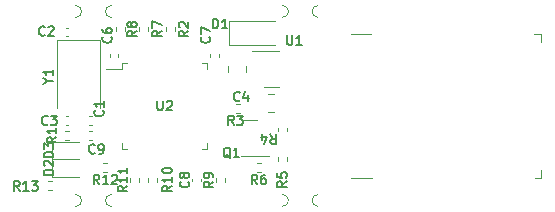
<source format=gbr>
G04 #@! TF.GenerationSoftware,KiCad,Pcbnew,6.0.6+dfsg-1*
G04 #@! TF.CreationDate,2022-08-05T15:03:59+08:00*
G04 #@! TF.ProjectId,stlink,73746c69-6e6b-42e6-9b69-6361645f7063,d*
G04 #@! TF.SameCoordinates,Original*
G04 #@! TF.FileFunction,Legend,Top*
G04 #@! TF.FilePolarity,Positive*
%FSLAX46Y46*%
G04 Gerber Fmt 4.6, Leading zero omitted, Abs format (unit mm)*
G04 Created by KiCad (PCBNEW 6.0.6+dfsg-1) date 2022-08-05 15:03:59*
%MOMM*%
%LPD*%
G01*
G04 APERTURE LIST*
%ADD10C,0.150000*%
%ADD11C,0.120000*%
%ADD12C,0.100000*%
G04 APERTURE END LIST*
D10*
G04 #@! TO.C,U1*
X133375476Y-84016904D02*
X133375476Y-84664523D01*
X133413571Y-84740714D01*
X133451666Y-84778809D01*
X133527857Y-84816904D01*
X133680238Y-84816904D01*
X133756428Y-84778809D01*
X133794523Y-84740714D01*
X133832619Y-84664523D01*
X133832619Y-84016904D01*
X134632619Y-84816904D02*
X134175476Y-84816904D01*
X134404047Y-84816904D02*
X134404047Y-84016904D01*
X134327857Y-84131190D01*
X134251666Y-84207380D01*
X134175476Y-84245476D01*
G04 #@! TO.C,C4*
X129366666Y-89535714D02*
X129328571Y-89573809D01*
X129214285Y-89611904D01*
X129138095Y-89611904D01*
X129023809Y-89573809D01*
X128947619Y-89497619D01*
X128909523Y-89421428D01*
X128871428Y-89269047D01*
X128871428Y-89154761D01*
X128909523Y-89002380D01*
X128947619Y-88926190D01*
X129023809Y-88850000D01*
X129138095Y-88811904D01*
X129214285Y-88811904D01*
X129328571Y-88850000D01*
X129366666Y-88888095D01*
X130052380Y-89078571D02*
X130052380Y-89611904D01*
X129861904Y-88773809D02*
X129671428Y-89345238D01*
X130166666Y-89345238D01*
G04 #@! TO.C,R3*
X128866666Y-91611904D02*
X128600000Y-91230952D01*
X128409523Y-91611904D02*
X128409523Y-90811904D01*
X128714285Y-90811904D01*
X128790476Y-90850000D01*
X128828571Y-90888095D01*
X128866666Y-90964285D01*
X128866666Y-91078571D01*
X128828571Y-91154761D01*
X128790476Y-91192857D01*
X128714285Y-91230952D01*
X128409523Y-91230952D01*
X129133333Y-90811904D02*
X129628571Y-90811904D01*
X129361904Y-91116666D01*
X129476190Y-91116666D01*
X129552380Y-91154761D01*
X129590476Y-91192857D01*
X129628571Y-91269047D01*
X129628571Y-91459523D01*
X129590476Y-91535714D01*
X129552380Y-91573809D01*
X129476190Y-91611904D01*
X129247619Y-91611904D01*
X129171428Y-91573809D01*
X129133333Y-91535714D01*
G04 #@! TO.C,C6*
X118485714Y-84133333D02*
X118523809Y-84171428D01*
X118561904Y-84285714D01*
X118561904Y-84361904D01*
X118523809Y-84476190D01*
X118447619Y-84552380D01*
X118371428Y-84590476D01*
X118219047Y-84628571D01*
X118104761Y-84628571D01*
X117952380Y-84590476D01*
X117876190Y-84552380D01*
X117800000Y-84476190D01*
X117761904Y-84361904D01*
X117761904Y-84285714D01*
X117800000Y-84171428D01*
X117838095Y-84133333D01*
X117761904Y-83447619D02*
X117761904Y-83600000D01*
X117800000Y-83676190D01*
X117838095Y-83714285D01*
X117952380Y-83790476D01*
X118104761Y-83828571D01*
X118409523Y-83828571D01*
X118485714Y-83790476D01*
X118523809Y-83752380D01*
X118561904Y-83676190D01*
X118561904Y-83523809D01*
X118523809Y-83447619D01*
X118485714Y-83409523D01*
X118409523Y-83371428D01*
X118219047Y-83371428D01*
X118142857Y-83409523D01*
X118104761Y-83447619D01*
X118066666Y-83523809D01*
X118066666Y-83676190D01*
X118104761Y-83752380D01*
X118142857Y-83790476D01*
X118219047Y-83828571D01*
G04 #@! TO.C,C7*
X126785714Y-84133333D02*
X126823809Y-84171428D01*
X126861904Y-84285714D01*
X126861904Y-84361904D01*
X126823809Y-84476190D01*
X126747619Y-84552380D01*
X126671428Y-84590476D01*
X126519047Y-84628571D01*
X126404761Y-84628571D01*
X126252380Y-84590476D01*
X126176190Y-84552380D01*
X126100000Y-84476190D01*
X126061904Y-84361904D01*
X126061904Y-84285714D01*
X126100000Y-84171428D01*
X126138095Y-84133333D01*
X126061904Y-83866666D02*
X126061904Y-83333333D01*
X126861904Y-83676190D01*
G04 #@! TO.C,C8*
X125015714Y-96399333D02*
X125053809Y-96437428D01*
X125091904Y-96551714D01*
X125091904Y-96627904D01*
X125053809Y-96742190D01*
X124977619Y-96818380D01*
X124901428Y-96856476D01*
X124749047Y-96894571D01*
X124634761Y-96894571D01*
X124482380Y-96856476D01*
X124406190Y-96818380D01*
X124330000Y-96742190D01*
X124291904Y-96627904D01*
X124291904Y-96551714D01*
X124330000Y-96437428D01*
X124368095Y-96399333D01*
X124634761Y-95942190D02*
X124596666Y-96018380D01*
X124558571Y-96056476D01*
X124482380Y-96094571D01*
X124444285Y-96094571D01*
X124368095Y-96056476D01*
X124330000Y-96018380D01*
X124291904Y-95942190D01*
X124291904Y-95789809D01*
X124330000Y-95713619D01*
X124368095Y-95675523D01*
X124444285Y-95637428D01*
X124482380Y-95637428D01*
X124558571Y-95675523D01*
X124596666Y-95713619D01*
X124634761Y-95789809D01*
X124634761Y-95942190D01*
X124672857Y-96018380D01*
X124710952Y-96056476D01*
X124787142Y-96094571D01*
X124939523Y-96094571D01*
X125015714Y-96056476D01*
X125053809Y-96018380D01*
X125091904Y-95942190D01*
X125091904Y-95789809D01*
X125053809Y-95713619D01*
X125015714Y-95675523D01*
X124939523Y-95637428D01*
X124787142Y-95637428D01*
X124710952Y-95675523D01*
X124672857Y-95713619D01*
X124634761Y-95789809D01*
G04 #@! TO.C,C9*
X117116666Y-93955714D02*
X117078571Y-93993809D01*
X116964285Y-94031904D01*
X116888095Y-94031904D01*
X116773809Y-93993809D01*
X116697619Y-93917619D01*
X116659523Y-93841428D01*
X116621428Y-93689047D01*
X116621428Y-93574761D01*
X116659523Y-93422380D01*
X116697619Y-93346190D01*
X116773809Y-93270000D01*
X116888095Y-93231904D01*
X116964285Y-93231904D01*
X117078571Y-93270000D01*
X117116666Y-93308095D01*
X117497619Y-94031904D02*
X117650000Y-94031904D01*
X117726190Y-93993809D01*
X117764285Y-93955714D01*
X117840476Y-93841428D01*
X117878571Y-93689047D01*
X117878571Y-93384285D01*
X117840476Y-93308095D01*
X117802380Y-93270000D01*
X117726190Y-93231904D01*
X117573809Y-93231904D01*
X117497619Y-93270000D01*
X117459523Y-93308095D01*
X117421428Y-93384285D01*
X117421428Y-93574761D01*
X117459523Y-93650952D01*
X117497619Y-93689047D01*
X117573809Y-93727142D01*
X117726190Y-93727142D01*
X117802380Y-93689047D01*
X117840476Y-93650952D01*
X117878571Y-93574761D01*
G04 #@! TO.C,C2*
X112866666Y-83985714D02*
X112828571Y-84023809D01*
X112714285Y-84061904D01*
X112638095Y-84061904D01*
X112523809Y-84023809D01*
X112447619Y-83947619D01*
X112409523Y-83871428D01*
X112371428Y-83719047D01*
X112371428Y-83604761D01*
X112409523Y-83452380D01*
X112447619Y-83376190D01*
X112523809Y-83300000D01*
X112638095Y-83261904D01*
X112714285Y-83261904D01*
X112828571Y-83300000D01*
X112866666Y-83338095D01*
X113171428Y-83338095D02*
X113209523Y-83300000D01*
X113285714Y-83261904D01*
X113476190Y-83261904D01*
X113552380Y-83300000D01*
X113590476Y-83338095D01*
X113628571Y-83414285D01*
X113628571Y-83490476D01*
X113590476Y-83604761D01*
X113133333Y-84061904D01*
X113628571Y-84061904D01*
G04 #@! TO.C,C3*
X113116666Y-91535714D02*
X113078571Y-91573809D01*
X112964285Y-91611904D01*
X112888095Y-91611904D01*
X112773809Y-91573809D01*
X112697619Y-91497619D01*
X112659523Y-91421428D01*
X112621428Y-91269047D01*
X112621428Y-91154761D01*
X112659523Y-91002380D01*
X112697619Y-90926190D01*
X112773809Y-90850000D01*
X112888095Y-90811904D01*
X112964285Y-90811904D01*
X113078571Y-90850000D01*
X113116666Y-90888095D01*
X113383333Y-90811904D02*
X113878571Y-90811904D01*
X113611904Y-91116666D01*
X113726190Y-91116666D01*
X113802380Y-91154761D01*
X113840476Y-91192857D01*
X113878571Y-91269047D01*
X113878571Y-91459523D01*
X113840476Y-91535714D01*
X113802380Y-91573809D01*
X113726190Y-91611904D01*
X113497619Y-91611904D01*
X113421428Y-91573809D01*
X113383333Y-91535714D01*
G04 #@! TO.C,D2*
X113611904Y-95840476D02*
X112811904Y-95840476D01*
X112811904Y-95650000D01*
X112850000Y-95535714D01*
X112926190Y-95459523D01*
X113002380Y-95421428D01*
X113154761Y-95383333D01*
X113269047Y-95383333D01*
X113421428Y-95421428D01*
X113497619Y-95459523D01*
X113573809Y-95535714D01*
X113611904Y-95650000D01*
X113611904Y-95840476D01*
X112888095Y-95078571D02*
X112850000Y-95040476D01*
X112811904Y-94964285D01*
X112811904Y-94773809D01*
X112850000Y-94697619D01*
X112888095Y-94659523D01*
X112964285Y-94621428D01*
X113040476Y-94621428D01*
X113154761Y-94659523D01*
X113611904Y-95116666D01*
X113611904Y-94621428D01*
G04 #@! TO.C,D3*
X113611904Y-94340476D02*
X112811904Y-94340476D01*
X112811904Y-94150000D01*
X112850000Y-94035714D01*
X112926190Y-93959523D01*
X113002380Y-93921428D01*
X113154761Y-93883333D01*
X113269047Y-93883333D01*
X113421428Y-93921428D01*
X113497619Y-93959523D01*
X113573809Y-94035714D01*
X113611904Y-94150000D01*
X113611904Y-94340476D01*
X112811904Y-93616666D02*
X112811904Y-93121428D01*
X113116666Y-93388095D01*
X113116666Y-93273809D01*
X113154761Y-93197619D01*
X113192857Y-93159523D01*
X113269047Y-93121428D01*
X113459523Y-93121428D01*
X113535714Y-93159523D01*
X113573809Y-93197619D01*
X113611904Y-93273809D01*
X113611904Y-93502380D01*
X113573809Y-93578571D01*
X113535714Y-93616666D01*
G04 #@! TO.C,R12*
X117485714Y-96611904D02*
X117219047Y-96230952D01*
X117028571Y-96611904D02*
X117028571Y-95811904D01*
X117333333Y-95811904D01*
X117409523Y-95850000D01*
X117447619Y-95888095D01*
X117485714Y-95964285D01*
X117485714Y-96078571D01*
X117447619Y-96154761D01*
X117409523Y-96192857D01*
X117333333Y-96230952D01*
X117028571Y-96230952D01*
X118247619Y-96611904D02*
X117790476Y-96611904D01*
X118019047Y-96611904D02*
X118019047Y-95811904D01*
X117942857Y-95926190D01*
X117866666Y-96002380D01*
X117790476Y-96040476D01*
X118552380Y-95888095D02*
X118590476Y-95850000D01*
X118666666Y-95811904D01*
X118857142Y-95811904D01*
X118933333Y-95850000D01*
X118971428Y-95888095D01*
X119009523Y-95964285D01*
X119009523Y-96040476D01*
X118971428Y-96154761D01*
X118514285Y-96611904D01*
X119009523Y-96611904D01*
G04 #@! TO.C,D1*
X127109523Y-83431904D02*
X127109523Y-82631904D01*
X127300000Y-82631904D01*
X127414285Y-82670000D01*
X127490476Y-82746190D01*
X127528571Y-82822380D01*
X127566666Y-82974761D01*
X127566666Y-83089047D01*
X127528571Y-83241428D01*
X127490476Y-83317619D01*
X127414285Y-83393809D01*
X127300000Y-83431904D01*
X127109523Y-83431904D01*
X128328571Y-83431904D02*
X127871428Y-83431904D01*
X128100000Y-83431904D02*
X128100000Y-82631904D01*
X128023809Y-82746190D01*
X127947619Y-82822380D01*
X127871428Y-82860476D01*
G04 #@! TO.C,U2*
X122390476Y-89561904D02*
X122390476Y-90209523D01*
X122428571Y-90285714D01*
X122466666Y-90323809D01*
X122542857Y-90361904D01*
X122695238Y-90361904D01*
X122771428Y-90323809D01*
X122809523Y-90285714D01*
X122847619Y-90209523D01*
X122847619Y-89561904D01*
X123190476Y-89638095D02*
X123228571Y-89600000D01*
X123304761Y-89561904D01*
X123495238Y-89561904D01*
X123571428Y-89600000D01*
X123609523Y-89638095D01*
X123647619Y-89714285D01*
X123647619Y-89790476D01*
X123609523Y-89904761D01*
X123152380Y-90361904D01*
X123647619Y-90361904D01*
G04 #@! TO.C,C1*
X117785714Y-90383333D02*
X117823809Y-90421428D01*
X117861904Y-90535714D01*
X117861904Y-90611904D01*
X117823809Y-90726190D01*
X117747619Y-90802380D01*
X117671428Y-90840476D01*
X117519047Y-90878571D01*
X117404761Y-90878571D01*
X117252380Y-90840476D01*
X117176190Y-90802380D01*
X117100000Y-90726190D01*
X117061904Y-90611904D01*
X117061904Y-90535714D01*
X117100000Y-90421428D01*
X117138095Y-90383333D01*
X117861904Y-89621428D02*
X117861904Y-90078571D01*
X117861904Y-89850000D02*
X117061904Y-89850000D01*
X117176190Y-89926190D01*
X117252380Y-90002380D01*
X117290476Y-90078571D01*
G04 #@! TO.C,R1*
X113861904Y-92633333D02*
X113480952Y-92900000D01*
X113861904Y-93090476D02*
X113061904Y-93090476D01*
X113061904Y-92785714D01*
X113100000Y-92709523D01*
X113138095Y-92671428D01*
X113214285Y-92633333D01*
X113328571Y-92633333D01*
X113404761Y-92671428D01*
X113442857Y-92709523D01*
X113480952Y-92785714D01*
X113480952Y-93090476D01*
X113861904Y-91871428D02*
X113861904Y-92328571D01*
X113861904Y-92100000D02*
X113061904Y-92100000D01*
X113176190Y-92176190D01*
X113252380Y-92252380D01*
X113290476Y-92328571D01*
G04 #@! TO.C,R2*
X125031904Y-83633333D02*
X124650952Y-83900000D01*
X125031904Y-84090476D02*
X124231904Y-84090476D01*
X124231904Y-83785714D01*
X124270000Y-83709523D01*
X124308095Y-83671428D01*
X124384285Y-83633333D01*
X124498571Y-83633333D01*
X124574761Y-83671428D01*
X124612857Y-83709523D01*
X124650952Y-83785714D01*
X124650952Y-84090476D01*
X124308095Y-83328571D02*
X124270000Y-83290476D01*
X124231904Y-83214285D01*
X124231904Y-83023809D01*
X124270000Y-82947619D01*
X124308095Y-82909523D01*
X124384285Y-82871428D01*
X124460476Y-82871428D01*
X124574761Y-82909523D01*
X125031904Y-83366666D01*
X125031904Y-82871428D01*
G04 #@! TO.C,R9*
X127123904Y-96399333D02*
X126742952Y-96666000D01*
X127123904Y-96856476D02*
X126323904Y-96856476D01*
X126323904Y-96551714D01*
X126362000Y-96475523D01*
X126400095Y-96437428D01*
X126476285Y-96399333D01*
X126590571Y-96399333D01*
X126666761Y-96437428D01*
X126704857Y-96475523D01*
X126742952Y-96551714D01*
X126742952Y-96856476D01*
X127123904Y-96018380D02*
X127123904Y-95866000D01*
X127085809Y-95789809D01*
X127047714Y-95751714D01*
X126933428Y-95675523D01*
X126781047Y-95637428D01*
X126476285Y-95637428D01*
X126400095Y-95675523D01*
X126362000Y-95713619D01*
X126323904Y-95789809D01*
X126323904Y-95942190D01*
X126362000Y-96018380D01*
X126400095Y-96056476D01*
X126476285Y-96094571D01*
X126666761Y-96094571D01*
X126742952Y-96056476D01*
X126781047Y-96018380D01*
X126819142Y-95942190D01*
X126819142Y-95789809D01*
X126781047Y-95713619D01*
X126742952Y-95675523D01*
X126666761Y-95637428D01*
G04 #@! TO.C,Q1*
X128598809Y-94398095D02*
X128522619Y-94360000D01*
X128446428Y-94283809D01*
X128332142Y-94169523D01*
X128255952Y-94131428D01*
X128179761Y-94131428D01*
X128217857Y-94321904D02*
X128141666Y-94283809D01*
X128065476Y-94207619D01*
X128027380Y-94055238D01*
X128027380Y-93788571D01*
X128065476Y-93636190D01*
X128141666Y-93560000D01*
X128217857Y-93521904D01*
X128370238Y-93521904D01*
X128446428Y-93560000D01*
X128522619Y-93636190D01*
X128560714Y-93788571D01*
X128560714Y-94055238D01*
X128522619Y-94207619D01*
X128446428Y-94283809D01*
X128370238Y-94321904D01*
X128217857Y-94321904D01*
X129322619Y-94321904D02*
X128865476Y-94321904D01*
X129094047Y-94321904D02*
X129094047Y-93521904D01*
X129017857Y-93636190D01*
X128941666Y-93712380D01*
X128865476Y-93750476D01*
G04 #@! TO.C,R4*
X131963333Y-92388095D02*
X132230000Y-92769047D01*
X132420476Y-92388095D02*
X132420476Y-93188095D01*
X132115714Y-93188095D01*
X132039523Y-93150000D01*
X132001428Y-93111904D01*
X131963333Y-93035714D01*
X131963333Y-92921428D01*
X132001428Y-92845238D01*
X132039523Y-92807142D01*
X132115714Y-92769047D01*
X132420476Y-92769047D01*
X131277619Y-92921428D02*
X131277619Y-92388095D01*
X131468095Y-93226190D02*
X131658571Y-92654761D01*
X131163333Y-92654761D01*
G04 #@! TO.C,R5*
X133361904Y-96383333D02*
X132980952Y-96650000D01*
X133361904Y-96840476D02*
X132561904Y-96840476D01*
X132561904Y-96535714D01*
X132600000Y-96459523D01*
X132638095Y-96421428D01*
X132714285Y-96383333D01*
X132828571Y-96383333D01*
X132904761Y-96421428D01*
X132942857Y-96459523D01*
X132980952Y-96535714D01*
X132980952Y-96840476D01*
X132561904Y-95659523D02*
X132561904Y-96040476D01*
X132942857Y-96078571D01*
X132904761Y-96040476D01*
X132866666Y-95964285D01*
X132866666Y-95773809D01*
X132904761Y-95697619D01*
X132942857Y-95659523D01*
X133019047Y-95621428D01*
X133209523Y-95621428D01*
X133285714Y-95659523D01*
X133323809Y-95697619D01*
X133361904Y-95773809D01*
X133361904Y-95964285D01*
X133323809Y-96040476D01*
X133285714Y-96078571D01*
G04 #@! TO.C,R7*
X122781904Y-83633333D02*
X122400952Y-83900000D01*
X122781904Y-84090476D02*
X121981904Y-84090476D01*
X121981904Y-83785714D01*
X122020000Y-83709523D01*
X122058095Y-83671428D01*
X122134285Y-83633333D01*
X122248571Y-83633333D01*
X122324761Y-83671428D01*
X122362857Y-83709523D01*
X122400952Y-83785714D01*
X122400952Y-84090476D01*
X121981904Y-83366666D02*
X121981904Y-82833333D01*
X122781904Y-83176190D01*
G04 #@! TO.C,R8*
X120661904Y-83633333D02*
X120280952Y-83900000D01*
X120661904Y-84090476D02*
X119861904Y-84090476D01*
X119861904Y-83785714D01*
X119900000Y-83709523D01*
X119938095Y-83671428D01*
X120014285Y-83633333D01*
X120128571Y-83633333D01*
X120204761Y-83671428D01*
X120242857Y-83709523D01*
X120280952Y-83785714D01*
X120280952Y-84090476D01*
X120204761Y-83176190D02*
X120166666Y-83252380D01*
X120128571Y-83290476D01*
X120052380Y-83328571D01*
X120014285Y-83328571D01*
X119938095Y-83290476D01*
X119900000Y-83252380D01*
X119861904Y-83176190D01*
X119861904Y-83023809D01*
X119900000Y-82947619D01*
X119938095Y-82909523D01*
X120014285Y-82871428D01*
X120052380Y-82871428D01*
X120128571Y-82909523D01*
X120166666Y-82947619D01*
X120204761Y-83023809D01*
X120204761Y-83176190D01*
X120242857Y-83252380D01*
X120280952Y-83290476D01*
X120357142Y-83328571D01*
X120509523Y-83328571D01*
X120585714Y-83290476D01*
X120623809Y-83252380D01*
X120661904Y-83176190D01*
X120661904Y-83023809D01*
X120623809Y-82947619D01*
X120585714Y-82909523D01*
X120509523Y-82871428D01*
X120357142Y-82871428D01*
X120280952Y-82909523D01*
X120242857Y-82947619D01*
X120204761Y-83023809D01*
G04 #@! TO.C,R10*
X123611904Y-96764285D02*
X123230952Y-97030952D01*
X123611904Y-97221428D02*
X122811904Y-97221428D01*
X122811904Y-96916666D01*
X122850000Y-96840476D01*
X122888095Y-96802380D01*
X122964285Y-96764285D01*
X123078571Y-96764285D01*
X123154761Y-96802380D01*
X123192857Y-96840476D01*
X123230952Y-96916666D01*
X123230952Y-97221428D01*
X123611904Y-96002380D02*
X123611904Y-96459523D01*
X123611904Y-96230952D02*
X122811904Y-96230952D01*
X122926190Y-96307142D01*
X123002380Y-96383333D01*
X123040476Y-96459523D01*
X122811904Y-95507142D02*
X122811904Y-95430952D01*
X122850000Y-95354761D01*
X122888095Y-95316666D01*
X122964285Y-95278571D01*
X123116666Y-95240476D01*
X123307142Y-95240476D01*
X123459523Y-95278571D01*
X123535714Y-95316666D01*
X123573809Y-95354761D01*
X123611904Y-95430952D01*
X123611904Y-95507142D01*
X123573809Y-95583333D01*
X123535714Y-95621428D01*
X123459523Y-95659523D01*
X123307142Y-95697619D01*
X123116666Y-95697619D01*
X122964285Y-95659523D01*
X122888095Y-95621428D01*
X122850000Y-95583333D01*
X122811904Y-95507142D01*
G04 #@! TO.C,R6*
X130866666Y-96611904D02*
X130600000Y-96230952D01*
X130409523Y-96611904D02*
X130409523Y-95811904D01*
X130714285Y-95811904D01*
X130790476Y-95850000D01*
X130828571Y-95888095D01*
X130866666Y-95964285D01*
X130866666Y-96078571D01*
X130828571Y-96154761D01*
X130790476Y-96192857D01*
X130714285Y-96230952D01*
X130409523Y-96230952D01*
X131552380Y-95811904D02*
X131400000Y-95811904D01*
X131323809Y-95850000D01*
X131285714Y-95888095D01*
X131209523Y-96002380D01*
X131171428Y-96154761D01*
X131171428Y-96459523D01*
X131209523Y-96535714D01*
X131247619Y-96573809D01*
X131323809Y-96611904D01*
X131476190Y-96611904D01*
X131552380Y-96573809D01*
X131590476Y-96535714D01*
X131628571Y-96459523D01*
X131628571Y-96269047D01*
X131590476Y-96192857D01*
X131552380Y-96154761D01*
X131476190Y-96116666D01*
X131323809Y-96116666D01*
X131247619Y-96154761D01*
X131209523Y-96192857D01*
X131171428Y-96269047D01*
G04 #@! TO.C,Y1*
X113180952Y-87880952D02*
X113561904Y-87880952D01*
X112761904Y-88147619D02*
X113180952Y-87880952D01*
X112761904Y-87614285D01*
X113561904Y-86928571D02*
X113561904Y-87385714D01*
X113561904Y-87157142D02*
X112761904Y-87157142D01*
X112876190Y-87233333D01*
X112952380Y-87309523D01*
X112990476Y-87385714D01*
G04 #@! TO.C,R13*
X110735714Y-97161904D02*
X110469047Y-96780952D01*
X110278571Y-97161904D02*
X110278571Y-96361904D01*
X110583333Y-96361904D01*
X110659523Y-96400000D01*
X110697619Y-96438095D01*
X110735714Y-96514285D01*
X110735714Y-96628571D01*
X110697619Y-96704761D01*
X110659523Y-96742857D01*
X110583333Y-96780952D01*
X110278571Y-96780952D01*
X111497619Y-97161904D02*
X111040476Y-97161904D01*
X111269047Y-97161904D02*
X111269047Y-96361904D01*
X111192857Y-96476190D01*
X111116666Y-96552380D01*
X111040476Y-96590476D01*
X111764285Y-96361904D02*
X112259523Y-96361904D01*
X111992857Y-96666666D01*
X112107142Y-96666666D01*
X112183333Y-96704761D01*
X112221428Y-96742857D01*
X112259523Y-96819047D01*
X112259523Y-97009523D01*
X112221428Y-97085714D01*
X112183333Y-97123809D01*
X112107142Y-97161904D01*
X111878571Y-97161904D01*
X111802380Y-97123809D01*
X111764285Y-97085714D01*
G04 #@! TO.C,R11*
X119861904Y-96764285D02*
X119480952Y-97030952D01*
X119861904Y-97221428D02*
X119061904Y-97221428D01*
X119061904Y-96916666D01*
X119100000Y-96840476D01*
X119138095Y-96802380D01*
X119214285Y-96764285D01*
X119328571Y-96764285D01*
X119404761Y-96802380D01*
X119442857Y-96840476D01*
X119480952Y-96916666D01*
X119480952Y-97221428D01*
X119861904Y-96002380D02*
X119861904Y-96459523D01*
X119861904Y-96230952D02*
X119061904Y-96230952D01*
X119176190Y-96307142D01*
X119252380Y-96383333D01*
X119290476Y-96459523D01*
X119861904Y-95240476D02*
X119861904Y-95697619D01*
X119861904Y-95469047D02*
X119061904Y-95469047D01*
X119176190Y-95545238D01*
X119252380Y-95621428D01*
X119290476Y-95697619D01*
D11*
G04 #@! TO.C,U1*
X132080000Y-88428000D02*
X132730000Y-88428000D01*
X132080000Y-85308000D02*
X132730000Y-85308000D01*
X132080000Y-85308000D02*
X130405000Y-85308000D01*
X132080000Y-88428000D02*
X131430000Y-88428000D01*
G04 #@! TO.C,C4*
X132261252Y-89015000D02*
X131738748Y-89015000D01*
X132261252Y-90485000D02*
X131738748Y-90485000D01*
G04 #@! TO.C,C5*
X129885000Y-87129252D02*
X129885000Y-86606748D01*
X128415000Y-87129252D02*
X128415000Y-86606748D01*
G04 #@! TO.C,R3*
X129403641Y-89820000D02*
X129096359Y-89820000D01*
X129403641Y-90580000D02*
X129096359Y-90580000D01*
G04 #@! TO.C,C6*
X118390000Y-85857836D02*
X118390000Y-85642164D01*
X119110000Y-85857836D02*
X119110000Y-85642164D01*
G04 #@! TO.C,C7*
X126890000Y-85857836D02*
X126890000Y-85642164D01*
X127610000Y-85857836D02*
X127610000Y-85642164D01*
G04 #@! TO.C,C8*
X126090000Y-96158164D02*
X126090000Y-96373836D01*
X125370000Y-96158164D02*
X125370000Y-96373836D01*
G04 #@! TO.C,C9*
X116857836Y-92860000D02*
X116642164Y-92860000D01*
X116857836Y-92140000D02*
X116642164Y-92140000D01*
G04 #@! TO.C,C2*
X114857836Y-83390000D02*
X114642164Y-83390000D01*
X114857836Y-84110000D02*
X114642164Y-84110000D01*
G04 #@! TO.C,C3*
X114642164Y-91610000D02*
X114857836Y-91610000D01*
X114642164Y-90890000D02*
X114857836Y-90890000D01*
G04 #@! TO.C,D2*
X113515000Y-94515000D02*
X113515000Y-95985000D01*
X113515000Y-95985000D02*
X115800000Y-95985000D01*
X115800000Y-94515000D02*
X113515000Y-94515000D01*
G04 #@! TO.C,D3*
X113515000Y-94485000D02*
X115800000Y-94485000D01*
X113515000Y-93015000D02*
X113515000Y-94485000D01*
X115800000Y-93015000D02*
X113515000Y-93015000D01*
G04 #@! TO.C,R12*
X117846359Y-94870000D02*
X118153641Y-94870000D01*
X117846359Y-95630000D02*
X118153641Y-95630000D01*
G04 #@! TO.C,D1*
X128500000Y-84820000D02*
X132400000Y-84820000D01*
X128500000Y-82820000D02*
X132400000Y-82820000D01*
X128500000Y-82820000D02*
X128500000Y-84820000D01*
G04 #@! TO.C,U2*
X119390000Y-86840000D02*
X118100000Y-86840000D01*
X126610000Y-86390000D02*
X126610000Y-86840000D01*
X126610000Y-93610000D02*
X126610000Y-93160000D01*
X119840000Y-93610000D02*
X119390000Y-93610000D01*
X126160000Y-86390000D02*
X126610000Y-86390000D01*
X119390000Y-86390000D02*
X119390000Y-86840000D01*
X119840000Y-86390000D02*
X119390000Y-86390000D01*
X126160000Y-93610000D02*
X126610000Y-93610000D01*
X119390000Y-93610000D02*
X119390000Y-93160000D01*
D12*
G04 #@! TO.C,J1*
X154925000Y-96125000D02*
X154375000Y-96125000D01*
X138800000Y-83875000D02*
X139575000Y-83875000D01*
X154925000Y-95425000D02*
X154925000Y-96125000D01*
X154925000Y-84600000D02*
X154925000Y-83875000D01*
X139550000Y-83875000D02*
X140500000Y-83875000D01*
X138800000Y-96125000D02*
X140575000Y-96125000D01*
X154925000Y-83875000D02*
X154325000Y-83875000D01*
D11*
G04 #@! TO.C,C1*
X116857836Y-91610000D02*
X116642164Y-91610000D01*
X116857836Y-90890000D02*
X116642164Y-90890000D01*
G04 #@! TO.C,R1*
X114903641Y-92880000D02*
X114596359Y-92880000D01*
X114903641Y-92120000D02*
X114596359Y-92120000D01*
G04 #@! TO.C,R2*
X123880000Y-83346359D02*
X123880000Y-83653641D01*
X123120000Y-83346359D02*
X123120000Y-83653641D01*
G04 #@! TO.C,R9*
X128142000Y-96419641D02*
X128142000Y-96112359D01*
X127382000Y-96419641D02*
X127382000Y-96112359D01*
D12*
G04 #@! TO.C,H1*
X115500000Y-82500000D02*
G75*
G03*
X115500000Y-81500000I0J500000D01*
G01*
X118500000Y-81500000D02*
G75*
G03*
X118500000Y-82500000I0J-500000D01*
G01*
G04 #@! TO.C,H2*
X118500000Y-97500000D02*
G75*
G03*
X118500000Y-98500000I0J-500000D01*
G01*
X115500000Y-98500000D02*
G75*
G03*
X115500000Y-97500000I0J500000D01*
G01*
G04 #@! TO.C,H3*
X133000000Y-82500000D02*
G75*
G03*
X133000000Y-81500000I0J500000D01*
G01*
X136000000Y-81500000D02*
G75*
G03*
X136000000Y-82500000I0J-500000D01*
G01*
G04 #@! TO.C,H4*
X136000000Y-97500000D02*
G75*
G03*
X136000000Y-98500000I0J-500000D01*
G01*
X133000000Y-98500000D02*
G75*
G03*
X133000000Y-97500000I0J500000D01*
G01*
D11*
G04 #@! TO.C,Q1*
X130175000Y-94270000D02*
X129525000Y-94270000D01*
X130175000Y-91150000D02*
X129525000Y-91150000D01*
X130175000Y-94270000D02*
X131850000Y-94270000D01*
X130175000Y-91150000D02*
X130825000Y-91150000D01*
G04 #@! TO.C,R4*
X132620000Y-92153641D02*
X132620000Y-91846359D01*
X133380000Y-92153641D02*
X133380000Y-91846359D01*
G04 #@! TO.C,R5*
X133380000Y-94653641D02*
X133380000Y-94346359D01*
X132620000Y-94653641D02*
X132620000Y-94346359D01*
G04 #@! TO.C,R7*
X120870000Y-83346359D02*
X120870000Y-83653641D01*
X121630000Y-83346359D02*
X121630000Y-83653641D01*
G04 #@! TO.C,R8*
X118870000Y-83346359D02*
X118870000Y-83653641D01*
X119630000Y-83346359D02*
X119630000Y-83653641D01*
G04 #@! TO.C,R10*
X121620000Y-96096359D02*
X121620000Y-96403641D01*
X122380000Y-96096359D02*
X122380000Y-96403641D01*
G04 #@! TO.C,R6*
X130846359Y-94870000D02*
X131153641Y-94870000D01*
X130846359Y-95630000D02*
X131153641Y-95630000D01*
G04 #@! TO.C,Y1*
X117550000Y-90200000D02*
X117550000Y-84450000D01*
X113950000Y-84450000D02*
X113950000Y-90200000D01*
X117550000Y-84450000D02*
X113950000Y-84450000D01*
G04 #@! TO.C,R13*
X113453641Y-97130000D02*
X113146359Y-97130000D01*
X113453641Y-96370000D02*
X113146359Y-96370000D01*
G04 #@! TO.C,R11*
X120880000Y-96403641D02*
X120880000Y-96096359D01*
X120120000Y-96403641D02*
X120120000Y-96096359D01*
G04 #@! TD*
M02*

</source>
